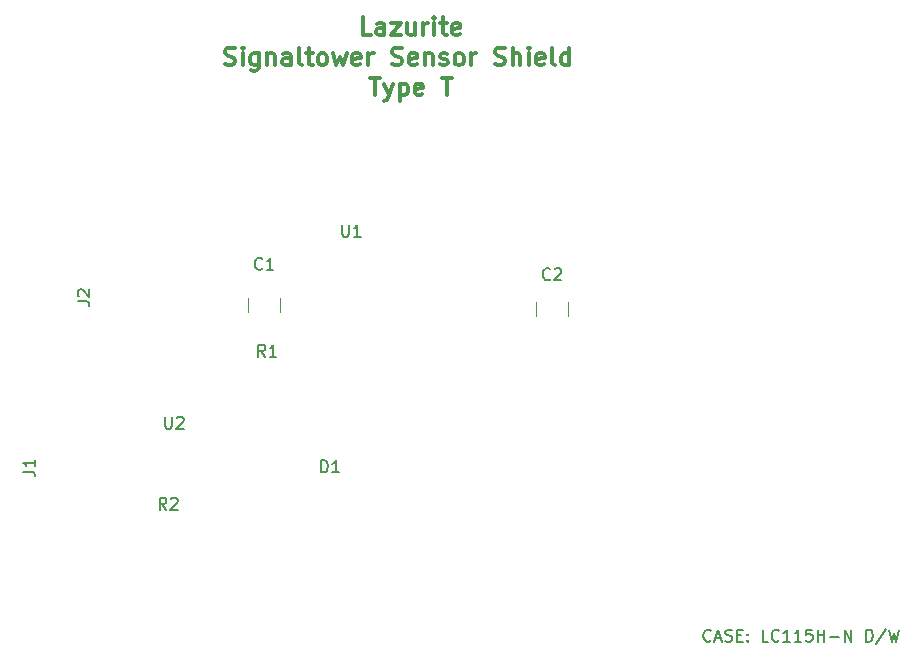
<source format=gbr>
G04 #@! TF.GenerationSoftware,KiCad,Pcbnew,(5.1.4)-1*
G04 #@! TF.CreationDate,2019-11-19T10:04:28+09:00*
G04 #@! TF.ProjectId,signaltowr_hikarikensyutu,7369676e-616c-4746-9f77-725f68696b61,rev?*
G04 #@! TF.SameCoordinates,Original*
G04 #@! TF.FileFunction,Legend,Top*
G04 #@! TF.FilePolarity,Positive*
%FSLAX46Y46*%
G04 Gerber Fmt 4.6, Leading zero omitted, Abs format (unit mm)*
G04 Created by KiCad (PCBNEW (5.1.4)-1) date 2019-11-19 10:04:28*
%MOMM*%
%LPD*%
G04 APERTURE LIST*
%ADD10C,0.300000*%
%ADD11C,0.150000*%
%ADD12C,0.120000*%
G04 APERTURE END LIST*
D10*
X115479142Y-56294571D02*
X114764857Y-56294571D01*
X114764857Y-54794571D01*
X116622000Y-56294571D02*
X116622000Y-55508857D01*
X116550571Y-55366000D01*
X116407714Y-55294571D01*
X116122000Y-55294571D01*
X115979142Y-55366000D01*
X116622000Y-56223142D02*
X116479142Y-56294571D01*
X116122000Y-56294571D01*
X115979142Y-56223142D01*
X115907714Y-56080285D01*
X115907714Y-55937428D01*
X115979142Y-55794571D01*
X116122000Y-55723142D01*
X116479142Y-55723142D01*
X116622000Y-55651714D01*
X117193428Y-55294571D02*
X117979142Y-55294571D01*
X117193428Y-56294571D01*
X117979142Y-56294571D01*
X119193428Y-55294571D02*
X119193428Y-56294571D01*
X118550571Y-55294571D02*
X118550571Y-56080285D01*
X118622000Y-56223142D01*
X118764857Y-56294571D01*
X118979142Y-56294571D01*
X119122000Y-56223142D01*
X119193428Y-56151714D01*
X119907714Y-56294571D02*
X119907714Y-55294571D01*
X119907714Y-55580285D02*
X119979142Y-55437428D01*
X120050571Y-55366000D01*
X120193428Y-55294571D01*
X120336285Y-55294571D01*
X120836285Y-56294571D02*
X120836285Y-55294571D01*
X120836285Y-54794571D02*
X120764857Y-54866000D01*
X120836285Y-54937428D01*
X120907714Y-54866000D01*
X120836285Y-54794571D01*
X120836285Y-54937428D01*
X121336285Y-55294571D02*
X121907714Y-55294571D01*
X121550571Y-54794571D02*
X121550571Y-56080285D01*
X121622000Y-56223142D01*
X121764857Y-56294571D01*
X121907714Y-56294571D01*
X122979142Y-56223142D02*
X122836285Y-56294571D01*
X122550571Y-56294571D01*
X122407714Y-56223142D01*
X122336285Y-56080285D01*
X122336285Y-55508857D01*
X122407714Y-55366000D01*
X122550571Y-55294571D01*
X122836285Y-55294571D01*
X122979142Y-55366000D01*
X123050571Y-55508857D01*
X123050571Y-55651714D01*
X122336285Y-55794571D01*
X103122000Y-58773142D02*
X103336285Y-58844571D01*
X103693428Y-58844571D01*
X103836285Y-58773142D01*
X103907714Y-58701714D01*
X103979142Y-58558857D01*
X103979142Y-58416000D01*
X103907714Y-58273142D01*
X103836285Y-58201714D01*
X103693428Y-58130285D01*
X103407714Y-58058857D01*
X103264857Y-57987428D01*
X103193428Y-57916000D01*
X103122000Y-57773142D01*
X103122000Y-57630285D01*
X103193428Y-57487428D01*
X103264857Y-57416000D01*
X103407714Y-57344571D01*
X103764857Y-57344571D01*
X103979142Y-57416000D01*
X104622000Y-58844571D02*
X104622000Y-57844571D01*
X104622000Y-57344571D02*
X104550571Y-57416000D01*
X104622000Y-57487428D01*
X104693428Y-57416000D01*
X104622000Y-57344571D01*
X104622000Y-57487428D01*
X105979142Y-57844571D02*
X105979142Y-59058857D01*
X105907714Y-59201714D01*
X105836285Y-59273142D01*
X105693428Y-59344571D01*
X105479142Y-59344571D01*
X105336285Y-59273142D01*
X105979142Y-58773142D02*
X105836285Y-58844571D01*
X105550571Y-58844571D01*
X105407714Y-58773142D01*
X105336285Y-58701714D01*
X105264857Y-58558857D01*
X105264857Y-58130285D01*
X105336285Y-57987428D01*
X105407714Y-57916000D01*
X105550571Y-57844571D01*
X105836285Y-57844571D01*
X105979142Y-57916000D01*
X106693428Y-57844571D02*
X106693428Y-58844571D01*
X106693428Y-57987428D02*
X106764857Y-57916000D01*
X106907714Y-57844571D01*
X107122000Y-57844571D01*
X107264857Y-57916000D01*
X107336285Y-58058857D01*
X107336285Y-58844571D01*
X108693428Y-58844571D02*
X108693428Y-58058857D01*
X108622000Y-57916000D01*
X108479142Y-57844571D01*
X108193428Y-57844571D01*
X108050571Y-57916000D01*
X108693428Y-58773142D02*
X108550571Y-58844571D01*
X108193428Y-58844571D01*
X108050571Y-58773142D01*
X107979142Y-58630285D01*
X107979142Y-58487428D01*
X108050571Y-58344571D01*
X108193428Y-58273142D01*
X108550571Y-58273142D01*
X108693428Y-58201714D01*
X109622000Y-58844571D02*
X109479142Y-58773142D01*
X109407714Y-58630285D01*
X109407714Y-57344571D01*
X109979142Y-57844571D02*
X110550571Y-57844571D01*
X110193428Y-57344571D02*
X110193428Y-58630285D01*
X110264857Y-58773142D01*
X110407714Y-58844571D01*
X110550571Y-58844571D01*
X111264857Y-58844571D02*
X111122000Y-58773142D01*
X111050571Y-58701714D01*
X110979142Y-58558857D01*
X110979142Y-58130285D01*
X111050571Y-57987428D01*
X111122000Y-57916000D01*
X111264857Y-57844571D01*
X111479142Y-57844571D01*
X111622000Y-57916000D01*
X111693428Y-57987428D01*
X111764857Y-58130285D01*
X111764857Y-58558857D01*
X111693428Y-58701714D01*
X111622000Y-58773142D01*
X111479142Y-58844571D01*
X111264857Y-58844571D01*
X112264857Y-57844571D02*
X112550571Y-58844571D01*
X112836285Y-58130285D01*
X113122000Y-58844571D01*
X113407714Y-57844571D01*
X114550571Y-58773142D02*
X114407714Y-58844571D01*
X114122000Y-58844571D01*
X113979142Y-58773142D01*
X113907714Y-58630285D01*
X113907714Y-58058857D01*
X113979142Y-57916000D01*
X114122000Y-57844571D01*
X114407714Y-57844571D01*
X114550571Y-57916000D01*
X114622000Y-58058857D01*
X114622000Y-58201714D01*
X113907714Y-58344571D01*
X115264857Y-58844571D02*
X115264857Y-57844571D01*
X115264857Y-58130285D02*
X115336285Y-57987428D01*
X115407714Y-57916000D01*
X115550571Y-57844571D01*
X115693428Y-57844571D01*
X117264857Y-58773142D02*
X117479142Y-58844571D01*
X117836285Y-58844571D01*
X117979142Y-58773142D01*
X118050571Y-58701714D01*
X118122000Y-58558857D01*
X118122000Y-58416000D01*
X118050571Y-58273142D01*
X117979142Y-58201714D01*
X117836285Y-58130285D01*
X117550571Y-58058857D01*
X117407714Y-57987428D01*
X117336285Y-57916000D01*
X117264857Y-57773142D01*
X117264857Y-57630285D01*
X117336285Y-57487428D01*
X117407714Y-57416000D01*
X117550571Y-57344571D01*
X117907714Y-57344571D01*
X118122000Y-57416000D01*
X119336285Y-58773142D02*
X119193428Y-58844571D01*
X118907714Y-58844571D01*
X118764857Y-58773142D01*
X118693428Y-58630285D01*
X118693428Y-58058857D01*
X118764857Y-57916000D01*
X118907714Y-57844571D01*
X119193428Y-57844571D01*
X119336285Y-57916000D01*
X119407714Y-58058857D01*
X119407714Y-58201714D01*
X118693428Y-58344571D01*
X120050571Y-57844571D02*
X120050571Y-58844571D01*
X120050571Y-57987428D02*
X120122000Y-57916000D01*
X120264857Y-57844571D01*
X120479142Y-57844571D01*
X120622000Y-57916000D01*
X120693428Y-58058857D01*
X120693428Y-58844571D01*
X121336285Y-58773142D02*
X121479142Y-58844571D01*
X121764857Y-58844571D01*
X121907714Y-58773142D01*
X121979142Y-58630285D01*
X121979142Y-58558857D01*
X121907714Y-58416000D01*
X121764857Y-58344571D01*
X121550571Y-58344571D01*
X121407714Y-58273142D01*
X121336285Y-58130285D01*
X121336285Y-58058857D01*
X121407714Y-57916000D01*
X121550571Y-57844571D01*
X121764857Y-57844571D01*
X121907714Y-57916000D01*
X122836285Y-58844571D02*
X122693428Y-58773142D01*
X122622000Y-58701714D01*
X122550571Y-58558857D01*
X122550571Y-58130285D01*
X122622000Y-57987428D01*
X122693428Y-57916000D01*
X122836285Y-57844571D01*
X123050571Y-57844571D01*
X123193428Y-57916000D01*
X123264857Y-57987428D01*
X123336285Y-58130285D01*
X123336285Y-58558857D01*
X123264857Y-58701714D01*
X123193428Y-58773142D01*
X123050571Y-58844571D01*
X122836285Y-58844571D01*
X123979142Y-58844571D02*
X123979142Y-57844571D01*
X123979142Y-58130285D02*
X124050571Y-57987428D01*
X124122000Y-57916000D01*
X124264857Y-57844571D01*
X124407714Y-57844571D01*
X125979142Y-58773142D02*
X126193428Y-58844571D01*
X126550571Y-58844571D01*
X126693428Y-58773142D01*
X126764857Y-58701714D01*
X126836285Y-58558857D01*
X126836285Y-58416000D01*
X126764857Y-58273142D01*
X126693428Y-58201714D01*
X126550571Y-58130285D01*
X126264857Y-58058857D01*
X126122000Y-57987428D01*
X126050571Y-57916000D01*
X125979142Y-57773142D01*
X125979142Y-57630285D01*
X126050571Y-57487428D01*
X126122000Y-57416000D01*
X126264857Y-57344571D01*
X126622000Y-57344571D01*
X126836285Y-57416000D01*
X127479142Y-58844571D02*
X127479142Y-57344571D01*
X128122000Y-58844571D02*
X128122000Y-58058857D01*
X128050571Y-57916000D01*
X127907714Y-57844571D01*
X127693428Y-57844571D01*
X127550571Y-57916000D01*
X127479142Y-57987428D01*
X128836285Y-58844571D02*
X128836285Y-57844571D01*
X128836285Y-57344571D02*
X128764857Y-57416000D01*
X128836285Y-57487428D01*
X128907714Y-57416000D01*
X128836285Y-57344571D01*
X128836285Y-57487428D01*
X130122000Y-58773142D02*
X129979142Y-58844571D01*
X129693428Y-58844571D01*
X129550571Y-58773142D01*
X129479142Y-58630285D01*
X129479142Y-58058857D01*
X129550571Y-57916000D01*
X129693428Y-57844571D01*
X129979142Y-57844571D01*
X130122000Y-57916000D01*
X130193428Y-58058857D01*
X130193428Y-58201714D01*
X129479142Y-58344571D01*
X131050571Y-58844571D02*
X130907714Y-58773142D01*
X130836285Y-58630285D01*
X130836285Y-57344571D01*
X132264857Y-58844571D02*
X132264857Y-57344571D01*
X132264857Y-58773142D02*
X132122000Y-58844571D01*
X131836285Y-58844571D01*
X131693428Y-58773142D01*
X131622000Y-58701714D01*
X131550571Y-58558857D01*
X131550571Y-58130285D01*
X131622000Y-57987428D01*
X131693428Y-57916000D01*
X131836285Y-57844571D01*
X132122000Y-57844571D01*
X132264857Y-57916000D01*
X115407714Y-59894571D02*
X116264857Y-59894571D01*
X115836285Y-61394571D02*
X115836285Y-59894571D01*
X116622000Y-60394571D02*
X116979142Y-61394571D01*
X117336285Y-60394571D02*
X116979142Y-61394571D01*
X116836285Y-61751714D01*
X116764857Y-61823142D01*
X116622000Y-61894571D01*
X117907714Y-60394571D02*
X117907714Y-61894571D01*
X117907714Y-60466000D02*
X118050571Y-60394571D01*
X118336285Y-60394571D01*
X118479142Y-60466000D01*
X118550571Y-60537428D01*
X118622000Y-60680285D01*
X118622000Y-61108857D01*
X118550571Y-61251714D01*
X118479142Y-61323142D01*
X118336285Y-61394571D01*
X118050571Y-61394571D01*
X117907714Y-61323142D01*
X119836285Y-61323142D02*
X119693428Y-61394571D01*
X119407714Y-61394571D01*
X119264857Y-61323142D01*
X119193428Y-61180285D01*
X119193428Y-60608857D01*
X119264857Y-60466000D01*
X119407714Y-60394571D01*
X119693428Y-60394571D01*
X119836285Y-60466000D01*
X119907714Y-60608857D01*
X119907714Y-60751714D01*
X119193428Y-60894571D01*
X121479142Y-59894571D02*
X122336285Y-59894571D01*
X121907714Y-61394571D02*
X121907714Y-59894571D01*
D11*
X144249142Y-107545142D02*
X144201523Y-107592761D01*
X144058666Y-107640380D01*
X143963428Y-107640380D01*
X143820571Y-107592761D01*
X143725333Y-107497523D01*
X143677714Y-107402285D01*
X143630095Y-107211809D01*
X143630095Y-107068952D01*
X143677714Y-106878476D01*
X143725333Y-106783238D01*
X143820571Y-106688000D01*
X143963428Y-106640380D01*
X144058666Y-106640380D01*
X144201523Y-106688000D01*
X144249142Y-106735619D01*
X144630095Y-107354666D02*
X145106285Y-107354666D01*
X144534857Y-107640380D02*
X144868190Y-106640380D01*
X145201523Y-107640380D01*
X145487238Y-107592761D02*
X145630095Y-107640380D01*
X145868190Y-107640380D01*
X145963428Y-107592761D01*
X146011047Y-107545142D01*
X146058666Y-107449904D01*
X146058666Y-107354666D01*
X146011047Y-107259428D01*
X145963428Y-107211809D01*
X145868190Y-107164190D01*
X145677714Y-107116571D01*
X145582476Y-107068952D01*
X145534857Y-107021333D01*
X145487238Y-106926095D01*
X145487238Y-106830857D01*
X145534857Y-106735619D01*
X145582476Y-106688000D01*
X145677714Y-106640380D01*
X145915809Y-106640380D01*
X146058666Y-106688000D01*
X146487238Y-107116571D02*
X146820571Y-107116571D01*
X146963428Y-107640380D02*
X146487238Y-107640380D01*
X146487238Y-106640380D01*
X146963428Y-106640380D01*
X147392000Y-107545142D02*
X147439619Y-107592761D01*
X147392000Y-107640380D01*
X147344380Y-107592761D01*
X147392000Y-107545142D01*
X147392000Y-107640380D01*
X147392000Y-107021333D02*
X147439619Y-107068952D01*
X147392000Y-107116571D01*
X147344380Y-107068952D01*
X147392000Y-107021333D01*
X147392000Y-107116571D01*
X149106285Y-107640380D02*
X148630095Y-107640380D01*
X148630095Y-106640380D01*
X150011047Y-107545142D02*
X149963428Y-107592761D01*
X149820571Y-107640380D01*
X149725333Y-107640380D01*
X149582476Y-107592761D01*
X149487238Y-107497523D01*
X149439619Y-107402285D01*
X149392000Y-107211809D01*
X149392000Y-107068952D01*
X149439619Y-106878476D01*
X149487238Y-106783238D01*
X149582476Y-106688000D01*
X149725333Y-106640380D01*
X149820571Y-106640380D01*
X149963428Y-106688000D01*
X150011047Y-106735619D01*
X150963428Y-107640380D02*
X150392000Y-107640380D01*
X150677714Y-107640380D02*
X150677714Y-106640380D01*
X150582476Y-106783238D01*
X150487238Y-106878476D01*
X150392000Y-106926095D01*
X151915809Y-107640380D02*
X151344380Y-107640380D01*
X151630095Y-107640380D02*
X151630095Y-106640380D01*
X151534857Y-106783238D01*
X151439619Y-106878476D01*
X151344380Y-106926095D01*
X152820571Y-106640380D02*
X152344380Y-106640380D01*
X152296761Y-107116571D01*
X152344380Y-107068952D01*
X152439619Y-107021333D01*
X152677714Y-107021333D01*
X152772952Y-107068952D01*
X152820571Y-107116571D01*
X152868190Y-107211809D01*
X152868190Y-107449904D01*
X152820571Y-107545142D01*
X152772952Y-107592761D01*
X152677714Y-107640380D01*
X152439619Y-107640380D01*
X152344380Y-107592761D01*
X152296761Y-107545142D01*
X153296761Y-107640380D02*
X153296761Y-106640380D01*
X153296761Y-107116571D02*
X153868190Y-107116571D01*
X153868190Y-107640380D02*
X153868190Y-106640380D01*
X154344380Y-107259428D02*
X155106285Y-107259428D01*
X155582476Y-107640380D02*
X155582476Y-106640380D01*
X156153904Y-107640380D01*
X156153904Y-106640380D01*
X157392000Y-107640380D02*
X157392000Y-106640380D01*
X157630095Y-106640380D01*
X157772952Y-106688000D01*
X157868190Y-106783238D01*
X157915809Y-106878476D01*
X157963428Y-107068952D01*
X157963428Y-107211809D01*
X157915809Y-107402285D01*
X157868190Y-107497523D01*
X157772952Y-107592761D01*
X157630095Y-107640380D01*
X157392000Y-107640380D01*
X159106285Y-106592761D02*
X158249142Y-107878476D01*
X159344380Y-106640380D02*
X159582476Y-107640380D01*
X159772952Y-106926095D01*
X159963428Y-107640380D01*
X160201523Y-106640380D01*
D12*
X132170000Y-80104064D02*
X132170000Y-78899936D01*
X129450000Y-80104064D02*
X129450000Y-78899936D01*
X107786000Y-79726064D02*
X107786000Y-78521936D01*
X105066000Y-79726064D02*
X105066000Y-78521936D01*
D11*
X90638380Y-78819333D02*
X91352666Y-78819333D01*
X91495523Y-78866952D01*
X91590761Y-78962190D01*
X91638380Y-79105047D01*
X91638380Y-79200285D01*
X90733619Y-78390761D02*
X90686000Y-78343142D01*
X90638380Y-78247904D01*
X90638380Y-78009809D01*
X90686000Y-77914571D01*
X90733619Y-77866952D01*
X90828857Y-77819333D01*
X90924095Y-77819333D01*
X91066952Y-77866952D01*
X91638380Y-78438380D01*
X91638380Y-77819333D01*
X113030095Y-72350380D02*
X113030095Y-73159904D01*
X113077714Y-73255142D01*
X113125333Y-73302761D01*
X113220571Y-73350380D01*
X113411047Y-73350380D01*
X113506285Y-73302761D01*
X113553904Y-73255142D01*
X113601523Y-73159904D01*
X113601523Y-72350380D01*
X114601523Y-73350380D02*
X114030095Y-73350380D01*
X114315809Y-73350380D02*
X114315809Y-72350380D01*
X114220571Y-72493238D01*
X114125333Y-72588476D01*
X114030095Y-72636095D01*
X98044095Y-88606380D02*
X98044095Y-89415904D01*
X98091714Y-89511142D01*
X98139333Y-89558761D01*
X98234571Y-89606380D01*
X98425047Y-89606380D01*
X98520285Y-89558761D01*
X98567904Y-89511142D01*
X98615523Y-89415904D01*
X98615523Y-88606380D01*
X99044095Y-88701619D02*
X99091714Y-88654000D01*
X99186952Y-88606380D01*
X99425047Y-88606380D01*
X99520285Y-88654000D01*
X99567904Y-88701619D01*
X99615523Y-88796857D01*
X99615523Y-88892095D01*
X99567904Y-89034952D01*
X98996476Y-89606380D01*
X99615523Y-89606380D01*
X86002380Y-93245333D02*
X86716666Y-93245333D01*
X86859523Y-93292952D01*
X86954761Y-93388190D01*
X87002380Y-93531047D01*
X87002380Y-93626285D01*
X87002380Y-92245333D02*
X87002380Y-92816761D01*
X87002380Y-92531047D02*
X86002380Y-92531047D01*
X86145238Y-92626285D01*
X86240476Y-92721523D01*
X86288095Y-92816761D01*
X111259904Y-93302380D02*
X111259904Y-92302380D01*
X111498000Y-92302380D01*
X111640857Y-92350000D01*
X111736095Y-92445238D01*
X111783714Y-92540476D01*
X111831333Y-92730952D01*
X111831333Y-92873809D01*
X111783714Y-93064285D01*
X111736095Y-93159523D01*
X111640857Y-93254761D01*
X111498000Y-93302380D01*
X111259904Y-93302380D01*
X112783714Y-93302380D02*
X112212285Y-93302380D01*
X112498000Y-93302380D02*
X112498000Y-92302380D01*
X112402761Y-92445238D01*
X112307523Y-92540476D01*
X112212285Y-92588095D01*
X106513333Y-83510380D02*
X106180000Y-83034190D01*
X105941904Y-83510380D02*
X105941904Y-82510380D01*
X106322857Y-82510380D01*
X106418095Y-82558000D01*
X106465714Y-82605619D01*
X106513333Y-82700857D01*
X106513333Y-82843714D01*
X106465714Y-82938952D01*
X106418095Y-82986571D01*
X106322857Y-83034190D01*
X105941904Y-83034190D01*
X107465714Y-83510380D02*
X106894285Y-83510380D01*
X107180000Y-83510380D02*
X107180000Y-82510380D01*
X107084761Y-82653238D01*
X106989523Y-82748476D01*
X106894285Y-82796095D01*
X98154333Y-96464380D02*
X97821000Y-95988190D01*
X97582904Y-96464380D02*
X97582904Y-95464380D01*
X97963857Y-95464380D01*
X98059095Y-95512000D01*
X98106714Y-95559619D01*
X98154333Y-95654857D01*
X98154333Y-95797714D01*
X98106714Y-95892952D01*
X98059095Y-95940571D01*
X97963857Y-95988190D01*
X97582904Y-95988190D01*
X98535285Y-95559619D02*
X98582904Y-95512000D01*
X98678142Y-95464380D01*
X98916238Y-95464380D01*
X99011476Y-95512000D01*
X99059095Y-95559619D01*
X99106714Y-95654857D01*
X99106714Y-95750095D01*
X99059095Y-95892952D01*
X98487666Y-96464380D01*
X99106714Y-96464380D01*
X130643333Y-76941142D02*
X130595714Y-76988761D01*
X130452857Y-77036380D01*
X130357619Y-77036380D01*
X130214761Y-76988761D01*
X130119523Y-76893523D01*
X130071904Y-76798285D01*
X130024285Y-76607809D01*
X130024285Y-76464952D01*
X130071904Y-76274476D01*
X130119523Y-76179238D01*
X130214761Y-76084000D01*
X130357619Y-76036380D01*
X130452857Y-76036380D01*
X130595714Y-76084000D01*
X130643333Y-76131619D01*
X131024285Y-76131619D02*
X131071904Y-76084000D01*
X131167142Y-76036380D01*
X131405238Y-76036380D01*
X131500476Y-76084000D01*
X131548095Y-76131619D01*
X131595714Y-76226857D01*
X131595714Y-76322095D01*
X131548095Y-76464952D01*
X130976666Y-77036380D01*
X131595714Y-77036380D01*
X106259333Y-76055142D02*
X106211714Y-76102761D01*
X106068857Y-76150380D01*
X105973619Y-76150380D01*
X105830761Y-76102761D01*
X105735523Y-76007523D01*
X105687904Y-75912285D01*
X105640285Y-75721809D01*
X105640285Y-75578952D01*
X105687904Y-75388476D01*
X105735523Y-75293238D01*
X105830761Y-75198000D01*
X105973619Y-75150380D01*
X106068857Y-75150380D01*
X106211714Y-75198000D01*
X106259333Y-75245619D01*
X107211714Y-76150380D02*
X106640285Y-76150380D01*
X106926000Y-76150380D02*
X106926000Y-75150380D01*
X106830761Y-75293238D01*
X106735523Y-75388476D01*
X106640285Y-75436095D01*
M02*

</source>
